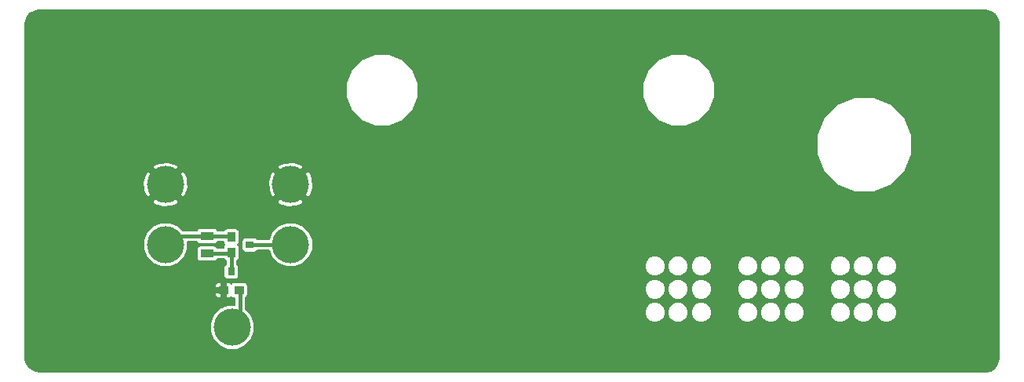
<source format=gbl>
G04 #@! TF.GenerationSoftware,KiCad,Pcbnew,5.0.2-bee76a0~70~ubuntu16.04.1*
G04 #@! TF.CreationDate,2019-09-01T12:37:42-07:00*
G04 #@! TF.ProjectId,endcap,656e6463-6170-42e6-9b69-6361645f7063,rev?*
G04 #@! TF.SameCoordinates,PX2faf080PY2faf080*
G04 #@! TF.FileFunction,Copper,L2,Bot*
G04 #@! TF.FilePolarity,Positive*
%FSLAX46Y46*%
G04 Gerber Fmt 4.6, Leading zero omitted, Abs format (unit mm)*
G04 Created by KiCad (PCBNEW 5.0.2-bee76a0~70~ubuntu16.04.1) date Sun 01 Sep 2019 12:37:42 PM PDT*
%MOMM*%
%LPD*%
G01*
G04 APERTURE LIST*
G04 #@! TA.AperFunction,ComponentPad*
%ADD10C,4.900000*%
G04 #@! TD*
G04 #@! TA.AperFunction,SMDPad,CuDef*
%ADD11R,1.397000X0.889000*%
G04 #@! TD*
G04 #@! TA.AperFunction,SMDPad,CuDef*
%ADD12R,1.050000X0.900000*%
G04 #@! TD*
G04 #@! TA.AperFunction,SMDPad,CuDef*
%ADD13R,0.800000X0.900000*%
G04 #@! TD*
G04 #@! TA.AperFunction,SMDPad,CuDef*
%ADD14R,0.900000X1.050000*%
G04 #@! TD*
G04 #@! TA.AperFunction,SMDPad,CuDef*
%ADD15R,0.900000X0.800000*%
G04 #@! TD*
G04 #@! TA.AperFunction,BGAPad,CuDef*
%ADD16C,4.000000*%
G04 #@! TD*
G04 #@! TA.AperFunction,Conductor*
%ADD17C,0.400000*%
G04 #@! TD*
G04 #@! TA.AperFunction,Conductor*
%ADD18C,0.200000*%
G04 #@! TD*
G04 APERTURE END LIST*
D10*
G04 #@! TO.P,MH1,1*
G04 #@! TO.N,Earth*
X4000000Y-4000000D03*
G04 #@! TD*
G04 #@! TO.P,MH2,1*
G04 #@! TO.N,Earth*
X102000000Y-4000000D03*
G04 #@! TD*
G04 #@! TO.P,MH3,1*
G04 #@! TO.N,Earth*
X102000000Y-36000000D03*
G04 #@! TD*
G04 #@! TO.P,MH4,1*
G04 #@! TO.N,Earth*
X4000000Y-36000000D03*
G04 #@! TD*
D11*
G04 #@! TO.P,R1,2*
G04 #@! TO.N,Net-(Q1-Pad3)*
X20100000Y-26752500D03*
G04 #@! TO.P,R1,1*
G04 #@! TO.N,Net-(Q2-Pad2)*
X20100000Y-24847500D03*
G04 #@! TD*
D12*
G04 #@! TO.P,Q1,2*
G04 #@! TO.N,Earth*
X21875000Y-30700000D03*
D13*
G04 #@! TO.P,Q1,3*
G04 #@! TO.N,Net-(Q1-Pad3)*
X22700000Y-28700000D03*
D12*
G04 #@! TO.P,Q1,1*
G04 #@! TO.N,Net-(Q1-Pad1)*
X23525000Y-30700000D03*
G04 #@! TD*
D14*
G04 #@! TO.P,Q2,2*
G04 #@! TO.N,Net-(Q2-Pad2)*
X22700000Y-24975000D03*
D15*
G04 #@! TO.P,Q2,3*
G04 #@! TO.N,Net-(Q2-Pad3)*
X24700000Y-25800000D03*
D14*
G04 #@! TO.P,Q2,1*
G04 #@! TO.N,Net-(Q1-Pad3)*
X22700000Y-26625000D03*
G04 #@! TD*
D16*
G04 #@! TO.P,TP1,1*
G04 #@! TO.N,Net-(Q2-Pad2)*
X15600000Y-25800000D03*
G04 #@! TD*
G04 #@! TO.P,TP2,1*
G04 #@! TO.N,Net-(Q1-Pad1)*
X22800000Y-34700000D03*
G04 #@! TD*
G04 #@! TO.P,TP3,1*
G04 #@! TO.N,Earth*
X15600000Y-19300000D03*
G04 #@! TD*
G04 #@! TO.P,TP4,1*
G04 #@! TO.N,Net-(Q2-Pad3)*
X29100000Y-25800000D03*
G04 #@! TD*
G04 #@! TO.P,TP5,1*
G04 #@! TO.N,Earth*
X29100000Y-19300000D03*
G04 #@! TD*
D17*
G04 #@! TO.N,Net-(Q1-Pad1)*
X23650000Y-33850000D02*
X22800000Y-34700000D01*
X23650000Y-30700000D02*
X23650000Y-33850000D01*
G04 #@! TO.N,Net-(Q2-Pad2)*
X16552500Y-24847500D02*
X15600000Y-25800000D01*
X20100000Y-24847500D02*
X16552500Y-24847500D01*
X22697500Y-24847500D02*
X22700000Y-24850000D01*
X20100000Y-24847500D02*
X22697500Y-24847500D01*
G04 #@! TO.N,Net-(Q2-Pad3)*
X24700000Y-25800000D02*
X29100000Y-25800000D01*
G04 #@! TO.N,Net-(Q1-Pad3)*
X22697500Y-26752500D02*
X22700000Y-26750000D01*
X20100000Y-26752500D02*
X22697500Y-26752500D01*
X22700000Y-28700000D02*
X22700000Y-26750000D01*
G04 #@! TD*
D18*
G04 #@! TO.N,Earth*
G36*
X104426658Y-540949D02*
X104819014Y-719342D01*
X105145532Y-1000688D01*
X105379961Y-1362368D01*
X105508162Y-1791043D01*
X105525000Y-2017626D01*
X105525001Y-37966151D01*
X105459052Y-38426656D01*
X105280658Y-38819015D01*
X104999312Y-39145532D01*
X104637631Y-39379962D01*
X104208957Y-39508162D01*
X103982374Y-39525000D01*
X2033842Y-39525000D01*
X1573344Y-39459052D01*
X1180985Y-39280658D01*
X854468Y-38999312D01*
X620038Y-38637631D01*
X491838Y-38208957D01*
X475000Y-37982374D01*
X475000Y-34222610D01*
X20400000Y-34222610D01*
X20400000Y-35177390D01*
X20765378Y-36059491D01*
X21440509Y-36734622D01*
X22322610Y-37100000D01*
X23277390Y-37100000D01*
X24159491Y-36734622D01*
X24834622Y-36059491D01*
X25200000Y-35177390D01*
X25200000Y-34222610D01*
X24834622Y-33340509D01*
X24375309Y-32881196D01*
X67300000Y-32881196D01*
X67300000Y-33318804D01*
X67467465Y-33723100D01*
X67776900Y-34032535D01*
X68181196Y-34200000D01*
X68618804Y-34200000D01*
X69023100Y-34032535D01*
X69332535Y-33723100D01*
X69500000Y-33318804D01*
X69500000Y-32881196D01*
X69800000Y-32881196D01*
X69800000Y-33318804D01*
X69967465Y-33723100D01*
X70276900Y-34032535D01*
X70681196Y-34200000D01*
X71118804Y-34200000D01*
X71523100Y-34032535D01*
X71832535Y-33723100D01*
X72000000Y-33318804D01*
X72000000Y-32881196D01*
X72300000Y-32881196D01*
X72300000Y-33318804D01*
X72467465Y-33723100D01*
X72776900Y-34032535D01*
X73181196Y-34200000D01*
X73618804Y-34200000D01*
X74023100Y-34032535D01*
X74332535Y-33723100D01*
X74500000Y-33318804D01*
X74500000Y-32881196D01*
X77300000Y-32881196D01*
X77300000Y-33318804D01*
X77467465Y-33723100D01*
X77776900Y-34032535D01*
X78181196Y-34200000D01*
X78618804Y-34200000D01*
X79023100Y-34032535D01*
X79332535Y-33723100D01*
X79500000Y-33318804D01*
X79500000Y-32881196D01*
X79800000Y-32881196D01*
X79800000Y-33318804D01*
X79967465Y-33723100D01*
X80276900Y-34032535D01*
X80681196Y-34200000D01*
X81118804Y-34200000D01*
X81523100Y-34032535D01*
X81832535Y-33723100D01*
X82000000Y-33318804D01*
X82000000Y-32881196D01*
X82300000Y-32881196D01*
X82300000Y-33318804D01*
X82467465Y-33723100D01*
X82776900Y-34032535D01*
X83181196Y-34200000D01*
X83618804Y-34200000D01*
X84023100Y-34032535D01*
X84332535Y-33723100D01*
X84500000Y-33318804D01*
X84500000Y-32881196D01*
X87300000Y-32881196D01*
X87300000Y-33318804D01*
X87467465Y-33723100D01*
X87776900Y-34032535D01*
X88181196Y-34200000D01*
X88618804Y-34200000D01*
X89023100Y-34032535D01*
X89332535Y-33723100D01*
X89500000Y-33318804D01*
X89500000Y-32881196D01*
X89800000Y-32881196D01*
X89800000Y-33318804D01*
X89967465Y-33723100D01*
X90276900Y-34032535D01*
X90681196Y-34200000D01*
X91118804Y-34200000D01*
X91523100Y-34032535D01*
X91832535Y-33723100D01*
X92000000Y-33318804D01*
X92000000Y-32881196D01*
X92300000Y-32881196D01*
X92300000Y-33318804D01*
X92467465Y-33723100D01*
X92776900Y-34032535D01*
X93181196Y-34200000D01*
X93618804Y-34200000D01*
X94023100Y-34032535D01*
X94332535Y-33723100D01*
X94500000Y-33318804D01*
X94500000Y-32881196D01*
X94332535Y-32476900D01*
X94023100Y-32167465D01*
X93618804Y-32000000D01*
X93181196Y-32000000D01*
X92776900Y-32167465D01*
X92467465Y-32476900D01*
X92300000Y-32881196D01*
X92000000Y-32881196D01*
X91832535Y-32476900D01*
X91523100Y-32167465D01*
X91118804Y-32000000D01*
X90681196Y-32000000D01*
X90276900Y-32167465D01*
X89967465Y-32476900D01*
X89800000Y-32881196D01*
X89500000Y-32881196D01*
X89332535Y-32476900D01*
X89023100Y-32167465D01*
X88618804Y-32000000D01*
X88181196Y-32000000D01*
X87776900Y-32167465D01*
X87467465Y-32476900D01*
X87300000Y-32881196D01*
X84500000Y-32881196D01*
X84332535Y-32476900D01*
X84023100Y-32167465D01*
X83618804Y-32000000D01*
X83181196Y-32000000D01*
X82776900Y-32167465D01*
X82467465Y-32476900D01*
X82300000Y-32881196D01*
X82000000Y-32881196D01*
X81832535Y-32476900D01*
X81523100Y-32167465D01*
X81118804Y-32000000D01*
X80681196Y-32000000D01*
X80276900Y-32167465D01*
X79967465Y-32476900D01*
X79800000Y-32881196D01*
X79500000Y-32881196D01*
X79332535Y-32476900D01*
X79023100Y-32167465D01*
X78618804Y-32000000D01*
X78181196Y-32000000D01*
X77776900Y-32167465D01*
X77467465Y-32476900D01*
X77300000Y-32881196D01*
X74500000Y-32881196D01*
X74332535Y-32476900D01*
X74023100Y-32167465D01*
X73618804Y-32000000D01*
X73181196Y-32000000D01*
X72776900Y-32167465D01*
X72467465Y-32476900D01*
X72300000Y-32881196D01*
X72000000Y-32881196D01*
X71832535Y-32476900D01*
X71523100Y-32167465D01*
X71118804Y-32000000D01*
X70681196Y-32000000D01*
X70276900Y-32167465D01*
X69967465Y-32476900D01*
X69800000Y-32881196D01*
X69500000Y-32881196D01*
X69332535Y-32476900D01*
X69023100Y-32167465D01*
X68618804Y-32000000D01*
X68181196Y-32000000D01*
X67776900Y-32167465D01*
X67467465Y-32476900D01*
X67300000Y-32881196D01*
X24375309Y-32881196D01*
X24250000Y-32755887D01*
X24250000Y-31497440D01*
X24338384Y-31438384D01*
X24426791Y-31306072D01*
X24457836Y-31150000D01*
X24457836Y-30381196D01*
X67300000Y-30381196D01*
X67300000Y-30818804D01*
X67467465Y-31223100D01*
X67776900Y-31532535D01*
X68181196Y-31700000D01*
X68618804Y-31700000D01*
X69023100Y-31532535D01*
X69332535Y-31223100D01*
X69500000Y-30818804D01*
X69500000Y-30381196D01*
X69800000Y-30381196D01*
X69800000Y-30818804D01*
X69967465Y-31223100D01*
X70276900Y-31532535D01*
X70681196Y-31700000D01*
X71118804Y-31700000D01*
X71523100Y-31532535D01*
X71832535Y-31223100D01*
X72000000Y-30818804D01*
X72000000Y-30381196D01*
X72300000Y-30381196D01*
X72300000Y-30818804D01*
X72467465Y-31223100D01*
X72776900Y-31532535D01*
X73181196Y-31700000D01*
X73618804Y-31700000D01*
X74023100Y-31532535D01*
X74332535Y-31223100D01*
X74500000Y-30818804D01*
X74500000Y-30381196D01*
X77300000Y-30381196D01*
X77300000Y-30818804D01*
X77467465Y-31223100D01*
X77776900Y-31532535D01*
X78181196Y-31700000D01*
X78618804Y-31700000D01*
X79023100Y-31532535D01*
X79332535Y-31223100D01*
X79500000Y-30818804D01*
X79500000Y-30381196D01*
X79800000Y-30381196D01*
X79800000Y-30818804D01*
X79967465Y-31223100D01*
X80276900Y-31532535D01*
X80681196Y-31700000D01*
X81118804Y-31700000D01*
X81523100Y-31532535D01*
X81832535Y-31223100D01*
X82000000Y-30818804D01*
X82000000Y-30381196D01*
X82300000Y-30381196D01*
X82300000Y-30818804D01*
X82467465Y-31223100D01*
X82776900Y-31532535D01*
X83181196Y-31700000D01*
X83618804Y-31700000D01*
X84023100Y-31532535D01*
X84332535Y-31223100D01*
X84500000Y-30818804D01*
X84500000Y-30381196D01*
X87300000Y-30381196D01*
X87300000Y-30818804D01*
X87467465Y-31223100D01*
X87776900Y-31532535D01*
X88181196Y-31700000D01*
X88618804Y-31700000D01*
X89023100Y-31532535D01*
X89332535Y-31223100D01*
X89500000Y-30818804D01*
X89500000Y-30381196D01*
X89800000Y-30381196D01*
X89800000Y-30818804D01*
X89967465Y-31223100D01*
X90276900Y-31532535D01*
X90681196Y-31700000D01*
X91118804Y-31700000D01*
X91523100Y-31532535D01*
X91832535Y-31223100D01*
X92000000Y-30818804D01*
X92000000Y-30381196D01*
X92300000Y-30381196D01*
X92300000Y-30818804D01*
X92467465Y-31223100D01*
X92776900Y-31532535D01*
X93181196Y-31700000D01*
X93618804Y-31700000D01*
X94023100Y-31532535D01*
X94332535Y-31223100D01*
X94500000Y-30818804D01*
X94500000Y-30381196D01*
X94332535Y-29976900D01*
X94023100Y-29667465D01*
X93618804Y-29500000D01*
X93181196Y-29500000D01*
X92776900Y-29667465D01*
X92467465Y-29976900D01*
X92300000Y-30381196D01*
X92000000Y-30381196D01*
X91832535Y-29976900D01*
X91523100Y-29667465D01*
X91118804Y-29500000D01*
X90681196Y-29500000D01*
X90276900Y-29667465D01*
X89967465Y-29976900D01*
X89800000Y-30381196D01*
X89500000Y-30381196D01*
X89332535Y-29976900D01*
X89023100Y-29667465D01*
X88618804Y-29500000D01*
X88181196Y-29500000D01*
X87776900Y-29667465D01*
X87467465Y-29976900D01*
X87300000Y-30381196D01*
X84500000Y-30381196D01*
X84332535Y-29976900D01*
X84023100Y-29667465D01*
X83618804Y-29500000D01*
X83181196Y-29500000D01*
X82776900Y-29667465D01*
X82467465Y-29976900D01*
X82300000Y-30381196D01*
X82000000Y-30381196D01*
X81832535Y-29976900D01*
X81523100Y-29667465D01*
X81118804Y-29500000D01*
X80681196Y-29500000D01*
X80276900Y-29667465D01*
X79967465Y-29976900D01*
X79800000Y-30381196D01*
X79500000Y-30381196D01*
X79332535Y-29976900D01*
X79023100Y-29667465D01*
X78618804Y-29500000D01*
X78181196Y-29500000D01*
X77776900Y-29667465D01*
X77467465Y-29976900D01*
X77300000Y-30381196D01*
X74500000Y-30381196D01*
X74332535Y-29976900D01*
X74023100Y-29667465D01*
X73618804Y-29500000D01*
X73181196Y-29500000D01*
X72776900Y-29667465D01*
X72467465Y-29976900D01*
X72300000Y-30381196D01*
X72000000Y-30381196D01*
X71832535Y-29976900D01*
X71523100Y-29667465D01*
X71118804Y-29500000D01*
X70681196Y-29500000D01*
X70276900Y-29667465D01*
X69967465Y-29976900D01*
X69800000Y-30381196D01*
X69500000Y-30381196D01*
X69332535Y-29976900D01*
X69023100Y-29667465D01*
X68618804Y-29500000D01*
X68181196Y-29500000D01*
X67776900Y-29667465D01*
X67467465Y-29976900D01*
X67300000Y-30381196D01*
X24457836Y-30381196D01*
X24457836Y-30250000D01*
X24426791Y-30093928D01*
X24338384Y-29961616D01*
X24206072Y-29873209D01*
X24050000Y-29842164D01*
X23000000Y-29842164D01*
X22843928Y-29873209D01*
X22711616Y-29961616D01*
X22697872Y-29982186D01*
X22626582Y-29910896D01*
X22479565Y-29850000D01*
X22237500Y-29850000D01*
X22137500Y-29950000D01*
X22137500Y-30475000D01*
X22195000Y-30475000D01*
X22195000Y-30925000D01*
X22137500Y-30925000D01*
X22137500Y-31450000D01*
X22237500Y-31550000D01*
X22479565Y-31550000D01*
X22626582Y-31489104D01*
X22697872Y-31417814D01*
X22711616Y-31438384D01*
X22843928Y-31526791D01*
X23000000Y-31557836D01*
X23050000Y-31557836D01*
X23050001Y-32300000D01*
X22322610Y-32300000D01*
X21440509Y-32665378D01*
X20765378Y-33340509D01*
X20400000Y-34222610D01*
X475000Y-34222610D01*
X475000Y-31025000D01*
X20950000Y-31025000D01*
X20950000Y-31229565D01*
X21010896Y-31376582D01*
X21123418Y-31489104D01*
X21270435Y-31550000D01*
X21512500Y-31550000D01*
X21612500Y-31450000D01*
X21612500Y-30925000D01*
X21050000Y-30925000D01*
X20950000Y-31025000D01*
X475000Y-31025000D01*
X475000Y-30170435D01*
X20950000Y-30170435D01*
X20950000Y-30375000D01*
X21050000Y-30475000D01*
X21612500Y-30475000D01*
X21612500Y-29950000D01*
X21512500Y-29850000D01*
X21270435Y-29850000D01*
X21123418Y-29910896D01*
X21010896Y-30023418D01*
X20950000Y-30170435D01*
X475000Y-30170435D01*
X475000Y-25322610D01*
X13200000Y-25322610D01*
X13200000Y-26277390D01*
X13565378Y-27159491D01*
X14240509Y-27834622D01*
X15122610Y-28200000D01*
X16077390Y-28200000D01*
X16959491Y-27834622D01*
X17634622Y-27159491D01*
X18000000Y-26277390D01*
X18000000Y-25447500D01*
X19024595Y-25447500D01*
X19024709Y-25448072D01*
X19113116Y-25580384D01*
X19245428Y-25668791D01*
X19401500Y-25699836D01*
X20798500Y-25699836D01*
X20954572Y-25668791D01*
X21086884Y-25580384D01*
X21175291Y-25448072D01*
X21175405Y-25447500D01*
X21842164Y-25447500D01*
X21842164Y-25500000D01*
X21873209Y-25656072D01*
X21961616Y-25788384D01*
X21979001Y-25800000D01*
X21961616Y-25811616D01*
X21873209Y-25943928D01*
X21842164Y-26100000D01*
X21842164Y-26152500D01*
X21175405Y-26152500D01*
X21175291Y-26151928D01*
X21086884Y-26019616D01*
X20954572Y-25931209D01*
X20798500Y-25900164D01*
X19401500Y-25900164D01*
X19245428Y-25931209D01*
X19113116Y-26019616D01*
X19024709Y-26151928D01*
X18993664Y-26308000D01*
X18993664Y-27197000D01*
X19024709Y-27353072D01*
X19113116Y-27485384D01*
X19245428Y-27573791D01*
X19401500Y-27604836D01*
X20798500Y-27604836D01*
X20954572Y-27573791D01*
X21086884Y-27485384D01*
X21175291Y-27353072D01*
X21175405Y-27352500D01*
X21904231Y-27352500D01*
X21961616Y-27438384D01*
X22093928Y-27526791D01*
X22100001Y-27527999D01*
X22100000Y-27902560D01*
X22011616Y-27961616D01*
X21923209Y-28093928D01*
X21892164Y-28250000D01*
X21892164Y-29150000D01*
X21923209Y-29306072D01*
X22011616Y-29438384D01*
X22143928Y-29526791D01*
X22300000Y-29557836D01*
X23100000Y-29557836D01*
X23256072Y-29526791D01*
X23388384Y-29438384D01*
X23476791Y-29306072D01*
X23507836Y-29150000D01*
X23507836Y-28250000D01*
X23476791Y-28093928D01*
X23388384Y-27961616D01*
X23300000Y-27902560D01*
X23300000Y-27527999D01*
X23306072Y-27526791D01*
X23438384Y-27438384D01*
X23526791Y-27306072D01*
X23557836Y-27150000D01*
X23557836Y-26100000D01*
X23526791Y-25943928D01*
X23438384Y-25811616D01*
X23420999Y-25800000D01*
X23438384Y-25788384D01*
X23526791Y-25656072D01*
X23557836Y-25500000D01*
X23557836Y-25400000D01*
X23842164Y-25400000D01*
X23842164Y-26200000D01*
X23873209Y-26356072D01*
X23961616Y-26488384D01*
X24093928Y-26576791D01*
X24250000Y-26607836D01*
X25150000Y-26607836D01*
X25306072Y-26576791D01*
X25438384Y-26488384D01*
X25497440Y-26400000D01*
X26750787Y-26400000D01*
X27065378Y-27159491D01*
X27740509Y-27834622D01*
X28622610Y-28200000D01*
X29577390Y-28200000D01*
X30347051Y-27881196D01*
X67300000Y-27881196D01*
X67300000Y-28318804D01*
X67467465Y-28723100D01*
X67776900Y-29032535D01*
X68181196Y-29200000D01*
X68618804Y-29200000D01*
X69023100Y-29032535D01*
X69332535Y-28723100D01*
X69500000Y-28318804D01*
X69500000Y-27881196D01*
X69800000Y-27881196D01*
X69800000Y-28318804D01*
X69967465Y-28723100D01*
X70276900Y-29032535D01*
X70681196Y-29200000D01*
X71118804Y-29200000D01*
X71523100Y-29032535D01*
X71832535Y-28723100D01*
X72000000Y-28318804D01*
X72000000Y-27881196D01*
X72300000Y-27881196D01*
X72300000Y-28318804D01*
X72467465Y-28723100D01*
X72776900Y-29032535D01*
X73181196Y-29200000D01*
X73618804Y-29200000D01*
X74023100Y-29032535D01*
X74332535Y-28723100D01*
X74500000Y-28318804D01*
X74500000Y-27881196D01*
X77300000Y-27881196D01*
X77300000Y-28318804D01*
X77467465Y-28723100D01*
X77776900Y-29032535D01*
X78181196Y-29200000D01*
X78618804Y-29200000D01*
X79023100Y-29032535D01*
X79332535Y-28723100D01*
X79500000Y-28318804D01*
X79500000Y-27881196D01*
X79800000Y-27881196D01*
X79800000Y-28318804D01*
X79967465Y-28723100D01*
X80276900Y-29032535D01*
X80681196Y-29200000D01*
X81118804Y-29200000D01*
X81523100Y-29032535D01*
X81832535Y-28723100D01*
X82000000Y-28318804D01*
X82000000Y-27881196D01*
X82300000Y-27881196D01*
X82300000Y-28318804D01*
X82467465Y-28723100D01*
X82776900Y-29032535D01*
X83181196Y-29200000D01*
X83618804Y-29200000D01*
X84023100Y-29032535D01*
X84332535Y-28723100D01*
X84500000Y-28318804D01*
X84500000Y-27881196D01*
X87300000Y-27881196D01*
X87300000Y-28318804D01*
X87467465Y-28723100D01*
X87776900Y-29032535D01*
X88181196Y-29200000D01*
X88618804Y-29200000D01*
X89023100Y-29032535D01*
X89332535Y-28723100D01*
X89500000Y-28318804D01*
X89500000Y-27881196D01*
X89800000Y-27881196D01*
X89800000Y-28318804D01*
X89967465Y-28723100D01*
X90276900Y-29032535D01*
X90681196Y-29200000D01*
X91118804Y-29200000D01*
X91523100Y-29032535D01*
X91832535Y-28723100D01*
X92000000Y-28318804D01*
X92000000Y-27881196D01*
X92300000Y-27881196D01*
X92300000Y-28318804D01*
X92467465Y-28723100D01*
X92776900Y-29032535D01*
X93181196Y-29200000D01*
X93618804Y-29200000D01*
X94023100Y-29032535D01*
X94332535Y-28723100D01*
X94500000Y-28318804D01*
X94500000Y-27881196D01*
X94332535Y-27476900D01*
X94023100Y-27167465D01*
X93618804Y-27000000D01*
X93181196Y-27000000D01*
X92776900Y-27167465D01*
X92467465Y-27476900D01*
X92300000Y-27881196D01*
X92000000Y-27881196D01*
X91832535Y-27476900D01*
X91523100Y-27167465D01*
X91118804Y-27000000D01*
X90681196Y-27000000D01*
X90276900Y-27167465D01*
X89967465Y-27476900D01*
X89800000Y-27881196D01*
X89500000Y-27881196D01*
X89332535Y-27476900D01*
X89023100Y-27167465D01*
X88618804Y-27000000D01*
X88181196Y-27000000D01*
X87776900Y-27167465D01*
X87467465Y-27476900D01*
X87300000Y-27881196D01*
X84500000Y-27881196D01*
X84332535Y-27476900D01*
X84023100Y-27167465D01*
X83618804Y-27000000D01*
X83181196Y-27000000D01*
X82776900Y-27167465D01*
X82467465Y-27476900D01*
X82300000Y-27881196D01*
X82000000Y-27881196D01*
X81832535Y-27476900D01*
X81523100Y-27167465D01*
X81118804Y-27000000D01*
X80681196Y-27000000D01*
X80276900Y-27167465D01*
X79967465Y-27476900D01*
X79800000Y-27881196D01*
X79500000Y-27881196D01*
X79332535Y-27476900D01*
X79023100Y-27167465D01*
X78618804Y-27000000D01*
X78181196Y-27000000D01*
X77776900Y-27167465D01*
X77467465Y-27476900D01*
X77300000Y-27881196D01*
X74500000Y-27881196D01*
X74332535Y-27476900D01*
X74023100Y-27167465D01*
X73618804Y-27000000D01*
X73181196Y-27000000D01*
X72776900Y-27167465D01*
X72467465Y-27476900D01*
X72300000Y-27881196D01*
X72000000Y-27881196D01*
X71832535Y-27476900D01*
X71523100Y-27167465D01*
X71118804Y-27000000D01*
X70681196Y-27000000D01*
X70276900Y-27167465D01*
X69967465Y-27476900D01*
X69800000Y-27881196D01*
X69500000Y-27881196D01*
X69332535Y-27476900D01*
X69023100Y-27167465D01*
X68618804Y-27000000D01*
X68181196Y-27000000D01*
X67776900Y-27167465D01*
X67467465Y-27476900D01*
X67300000Y-27881196D01*
X30347051Y-27881196D01*
X30459491Y-27834622D01*
X31134622Y-27159491D01*
X31500000Y-26277390D01*
X31500000Y-25322610D01*
X31134622Y-24440509D01*
X30459491Y-23765378D01*
X29577390Y-23400000D01*
X28622610Y-23400000D01*
X27740509Y-23765378D01*
X27065378Y-24440509D01*
X26750787Y-25200000D01*
X25497440Y-25200000D01*
X25438384Y-25111616D01*
X25306072Y-25023209D01*
X25150000Y-24992164D01*
X24250000Y-24992164D01*
X24093928Y-25023209D01*
X23961616Y-25111616D01*
X23873209Y-25243928D01*
X23842164Y-25400000D01*
X23557836Y-25400000D01*
X23557836Y-24450000D01*
X23526791Y-24293928D01*
X23438384Y-24161616D01*
X23306072Y-24073209D01*
X23150000Y-24042164D01*
X22250000Y-24042164D01*
X22093928Y-24073209D01*
X21961616Y-24161616D01*
X21904231Y-24247500D01*
X21175405Y-24247500D01*
X21175291Y-24246928D01*
X21086884Y-24114616D01*
X20954572Y-24026209D01*
X20798500Y-23995164D01*
X19401500Y-23995164D01*
X19245428Y-24026209D01*
X19113116Y-24114616D01*
X19024709Y-24246928D01*
X19024595Y-24247500D01*
X17441613Y-24247500D01*
X16959491Y-23765378D01*
X16077390Y-23400000D01*
X15122610Y-23400000D01*
X14240509Y-23765378D01*
X13565378Y-24440509D01*
X13200000Y-25322610D01*
X475000Y-25322610D01*
X475000Y-21158112D01*
X14166152Y-21158112D01*
X14415233Y-21441082D01*
X15324775Y-21731492D01*
X16276217Y-21651730D01*
X16784767Y-21441082D01*
X17033848Y-21158112D01*
X27666152Y-21158112D01*
X27915233Y-21441082D01*
X28824775Y-21731492D01*
X29776217Y-21651730D01*
X30284767Y-21441082D01*
X30533848Y-21158112D01*
X29100000Y-19724264D01*
X27666152Y-21158112D01*
X17033848Y-21158112D01*
X15600000Y-19724264D01*
X14166152Y-21158112D01*
X475000Y-21158112D01*
X475000Y-19024775D01*
X13168508Y-19024775D01*
X13248270Y-19976217D01*
X13458918Y-20484767D01*
X13741888Y-20733848D01*
X15175736Y-19300000D01*
X16024264Y-19300000D01*
X17458112Y-20733848D01*
X17741082Y-20484767D01*
X18031492Y-19575225D01*
X17985347Y-19024775D01*
X26668508Y-19024775D01*
X26748270Y-19976217D01*
X26958918Y-20484767D01*
X27241888Y-20733848D01*
X28675736Y-19300000D01*
X29524264Y-19300000D01*
X30958112Y-20733848D01*
X31241082Y-20484767D01*
X31531492Y-19575225D01*
X31451730Y-18623783D01*
X31241082Y-18115233D01*
X30958112Y-17866152D01*
X29524264Y-19300000D01*
X28675736Y-19300000D01*
X27241888Y-17866152D01*
X26958918Y-18115233D01*
X26668508Y-19024775D01*
X17985347Y-19024775D01*
X17951730Y-18623783D01*
X17741082Y-18115233D01*
X17458112Y-17866152D01*
X16024264Y-19300000D01*
X15175736Y-19300000D01*
X13741888Y-17866152D01*
X13458918Y-18115233D01*
X13168508Y-19024775D01*
X475000Y-19024775D01*
X475000Y-17441888D01*
X14166152Y-17441888D01*
X15600000Y-18875736D01*
X17033848Y-17441888D01*
X27666152Y-17441888D01*
X29100000Y-18875736D01*
X30533848Y-17441888D01*
X30284767Y-17158918D01*
X29375225Y-16868508D01*
X28423783Y-16948270D01*
X27915233Y-17158918D01*
X27666152Y-17441888D01*
X17033848Y-17441888D01*
X16784767Y-17158918D01*
X15875225Y-16868508D01*
X14923783Y-16948270D01*
X14415233Y-17158918D01*
X14166152Y-17441888D01*
X475000Y-17441888D01*
X475000Y-13975601D01*
X85850000Y-13975601D01*
X85850000Y-16024399D01*
X86634041Y-17917240D01*
X88082760Y-19365959D01*
X89975601Y-20150000D01*
X92024399Y-20150000D01*
X93917240Y-19365959D01*
X95365959Y-17917240D01*
X96150000Y-16024399D01*
X96150000Y-13975601D01*
X95365959Y-12082760D01*
X93917240Y-10634041D01*
X92024399Y-9850000D01*
X89975601Y-9850000D01*
X88082760Y-10634041D01*
X86634041Y-12082760D01*
X85850000Y-13975601D01*
X475000Y-13975601D01*
X475000Y-8359242D01*
X35100000Y-8359242D01*
X35100000Y-9910758D01*
X35693739Y-11344173D01*
X36790827Y-12441261D01*
X38224242Y-13035000D01*
X39775758Y-13035000D01*
X41209173Y-12441261D01*
X42306261Y-11344173D01*
X42900000Y-9910758D01*
X42900000Y-8359242D01*
X67100000Y-8359242D01*
X67100000Y-9910758D01*
X67693739Y-11344173D01*
X68790827Y-12441261D01*
X70224242Y-13035000D01*
X71775758Y-13035000D01*
X73209173Y-12441261D01*
X74306261Y-11344173D01*
X74900000Y-9910758D01*
X74900000Y-8359242D01*
X74306261Y-6925827D01*
X73209173Y-5828739D01*
X71775758Y-5235000D01*
X70224242Y-5235000D01*
X68790827Y-5828739D01*
X67693739Y-6925827D01*
X67100000Y-8359242D01*
X42900000Y-8359242D01*
X42306261Y-6925827D01*
X41209173Y-5828739D01*
X39775758Y-5235000D01*
X38224242Y-5235000D01*
X36790827Y-5828739D01*
X35693739Y-6925827D01*
X35100000Y-8359242D01*
X475000Y-8359242D01*
X475000Y-2033842D01*
X540949Y-1573342D01*
X719342Y-1180986D01*
X1000688Y-854468D01*
X1362368Y-620039D01*
X1791043Y-491838D01*
X2017626Y-475000D01*
X103966158Y-475000D01*
X104426658Y-540949D01*
X104426658Y-540949D01*
G37*
X104426658Y-540949D02*
X104819014Y-719342D01*
X105145532Y-1000688D01*
X105379961Y-1362368D01*
X105508162Y-1791043D01*
X105525000Y-2017626D01*
X105525001Y-37966151D01*
X105459052Y-38426656D01*
X105280658Y-38819015D01*
X104999312Y-39145532D01*
X104637631Y-39379962D01*
X104208957Y-39508162D01*
X103982374Y-39525000D01*
X2033842Y-39525000D01*
X1573344Y-39459052D01*
X1180985Y-39280658D01*
X854468Y-38999312D01*
X620038Y-38637631D01*
X491838Y-38208957D01*
X475000Y-37982374D01*
X475000Y-34222610D01*
X20400000Y-34222610D01*
X20400000Y-35177390D01*
X20765378Y-36059491D01*
X21440509Y-36734622D01*
X22322610Y-37100000D01*
X23277390Y-37100000D01*
X24159491Y-36734622D01*
X24834622Y-36059491D01*
X25200000Y-35177390D01*
X25200000Y-34222610D01*
X24834622Y-33340509D01*
X24375309Y-32881196D01*
X67300000Y-32881196D01*
X67300000Y-33318804D01*
X67467465Y-33723100D01*
X67776900Y-34032535D01*
X68181196Y-34200000D01*
X68618804Y-34200000D01*
X69023100Y-34032535D01*
X69332535Y-33723100D01*
X69500000Y-33318804D01*
X69500000Y-32881196D01*
X69800000Y-32881196D01*
X69800000Y-33318804D01*
X69967465Y-33723100D01*
X70276900Y-34032535D01*
X70681196Y-34200000D01*
X71118804Y-34200000D01*
X71523100Y-34032535D01*
X71832535Y-33723100D01*
X72000000Y-33318804D01*
X72000000Y-32881196D01*
X72300000Y-32881196D01*
X72300000Y-33318804D01*
X72467465Y-33723100D01*
X72776900Y-34032535D01*
X73181196Y-34200000D01*
X73618804Y-34200000D01*
X74023100Y-34032535D01*
X74332535Y-33723100D01*
X74500000Y-33318804D01*
X74500000Y-32881196D01*
X77300000Y-32881196D01*
X77300000Y-33318804D01*
X77467465Y-33723100D01*
X77776900Y-34032535D01*
X78181196Y-34200000D01*
X78618804Y-34200000D01*
X79023100Y-34032535D01*
X79332535Y-33723100D01*
X79500000Y-33318804D01*
X79500000Y-32881196D01*
X79800000Y-32881196D01*
X79800000Y-33318804D01*
X79967465Y-33723100D01*
X80276900Y-34032535D01*
X80681196Y-34200000D01*
X81118804Y-34200000D01*
X81523100Y-34032535D01*
X81832535Y-33723100D01*
X82000000Y-33318804D01*
X82000000Y-32881196D01*
X82300000Y-32881196D01*
X82300000Y-33318804D01*
X82467465Y-33723100D01*
X82776900Y-34032535D01*
X83181196Y-34200000D01*
X83618804Y-34200000D01*
X84023100Y-34032535D01*
X84332535Y-33723100D01*
X84500000Y-33318804D01*
X84500000Y-32881196D01*
X87300000Y-32881196D01*
X87300000Y-33318804D01*
X87467465Y-33723100D01*
X87776900Y-34032535D01*
X88181196Y-34200000D01*
X88618804Y-34200000D01*
X89023100Y-34032535D01*
X89332535Y-33723100D01*
X89500000Y-33318804D01*
X89500000Y-32881196D01*
X89800000Y-32881196D01*
X89800000Y-33318804D01*
X89967465Y-33723100D01*
X90276900Y-34032535D01*
X90681196Y-34200000D01*
X91118804Y-34200000D01*
X91523100Y-34032535D01*
X91832535Y-33723100D01*
X92000000Y-33318804D01*
X92000000Y-32881196D01*
X92300000Y-32881196D01*
X92300000Y-33318804D01*
X92467465Y-33723100D01*
X92776900Y-34032535D01*
X93181196Y-34200000D01*
X93618804Y-34200000D01*
X94023100Y-34032535D01*
X94332535Y-33723100D01*
X94500000Y-33318804D01*
X94500000Y-32881196D01*
X94332535Y-32476900D01*
X94023100Y-32167465D01*
X93618804Y-32000000D01*
X93181196Y-32000000D01*
X92776900Y-32167465D01*
X92467465Y-32476900D01*
X92300000Y-32881196D01*
X92000000Y-32881196D01*
X91832535Y-32476900D01*
X91523100Y-32167465D01*
X91118804Y-32000000D01*
X90681196Y-32000000D01*
X90276900Y-32167465D01*
X89967465Y-32476900D01*
X89800000Y-32881196D01*
X89500000Y-32881196D01*
X89332535Y-32476900D01*
X89023100Y-32167465D01*
X88618804Y-32000000D01*
X88181196Y-32000000D01*
X87776900Y-32167465D01*
X87467465Y-32476900D01*
X87300000Y-32881196D01*
X84500000Y-32881196D01*
X84332535Y-32476900D01*
X84023100Y-32167465D01*
X83618804Y-32000000D01*
X83181196Y-32000000D01*
X82776900Y-32167465D01*
X82467465Y-32476900D01*
X82300000Y-32881196D01*
X82000000Y-32881196D01*
X81832535Y-32476900D01*
X81523100Y-32167465D01*
X81118804Y-32000000D01*
X80681196Y-32000000D01*
X80276900Y-32167465D01*
X79967465Y-32476900D01*
X79800000Y-32881196D01*
X79500000Y-32881196D01*
X79332535Y-32476900D01*
X79023100Y-32167465D01*
X78618804Y-32000000D01*
X78181196Y-32000000D01*
X77776900Y-32167465D01*
X77467465Y-32476900D01*
X77300000Y-32881196D01*
X74500000Y-32881196D01*
X74332535Y-32476900D01*
X74023100Y-32167465D01*
X73618804Y-32000000D01*
X73181196Y-32000000D01*
X72776900Y-32167465D01*
X72467465Y-32476900D01*
X72300000Y-32881196D01*
X72000000Y-32881196D01*
X71832535Y-32476900D01*
X71523100Y-32167465D01*
X71118804Y-32000000D01*
X70681196Y-32000000D01*
X70276900Y-32167465D01*
X69967465Y-32476900D01*
X69800000Y-32881196D01*
X69500000Y-32881196D01*
X69332535Y-32476900D01*
X69023100Y-32167465D01*
X68618804Y-32000000D01*
X68181196Y-32000000D01*
X67776900Y-32167465D01*
X67467465Y-32476900D01*
X67300000Y-32881196D01*
X24375309Y-32881196D01*
X24250000Y-32755887D01*
X24250000Y-31497440D01*
X24338384Y-31438384D01*
X24426791Y-31306072D01*
X24457836Y-31150000D01*
X24457836Y-30381196D01*
X67300000Y-30381196D01*
X67300000Y-30818804D01*
X67467465Y-31223100D01*
X67776900Y-31532535D01*
X68181196Y-31700000D01*
X68618804Y-31700000D01*
X69023100Y-31532535D01*
X69332535Y-31223100D01*
X69500000Y-30818804D01*
X69500000Y-30381196D01*
X69800000Y-30381196D01*
X69800000Y-30818804D01*
X69967465Y-31223100D01*
X70276900Y-31532535D01*
X70681196Y-31700000D01*
X71118804Y-31700000D01*
X71523100Y-31532535D01*
X71832535Y-31223100D01*
X72000000Y-30818804D01*
X72000000Y-30381196D01*
X72300000Y-30381196D01*
X72300000Y-30818804D01*
X72467465Y-31223100D01*
X72776900Y-31532535D01*
X73181196Y-31700000D01*
X73618804Y-31700000D01*
X74023100Y-31532535D01*
X74332535Y-31223100D01*
X74500000Y-30818804D01*
X74500000Y-30381196D01*
X77300000Y-30381196D01*
X77300000Y-30818804D01*
X77467465Y-31223100D01*
X77776900Y-31532535D01*
X78181196Y-31700000D01*
X78618804Y-31700000D01*
X79023100Y-31532535D01*
X79332535Y-31223100D01*
X79500000Y-30818804D01*
X79500000Y-30381196D01*
X79800000Y-30381196D01*
X79800000Y-30818804D01*
X79967465Y-31223100D01*
X80276900Y-31532535D01*
X80681196Y-31700000D01*
X81118804Y-31700000D01*
X81523100Y-31532535D01*
X81832535Y-31223100D01*
X82000000Y-30818804D01*
X82000000Y-30381196D01*
X82300000Y-30381196D01*
X82300000Y-30818804D01*
X82467465Y-31223100D01*
X82776900Y-31532535D01*
X83181196Y-31700000D01*
X83618804Y-31700000D01*
X84023100Y-31532535D01*
X84332535Y-31223100D01*
X84500000Y-30818804D01*
X84500000Y-30381196D01*
X87300000Y-30381196D01*
X87300000Y-30818804D01*
X87467465Y-31223100D01*
X87776900Y-31532535D01*
X88181196Y-31700000D01*
X88618804Y-31700000D01*
X89023100Y-31532535D01*
X89332535Y-31223100D01*
X89500000Y-30818804D01*
X89500000Y-30381196D01*
X89800000Y-30381196D01*
X89800000Y-30818804D01*
X89967465Y-31223100D01*
X90276900Y-31532535D01*
X90681196Y-31700000D01*
X91118804Y-31700000D01*
X91523100Y-31532535D01*
X91832535Y-31223100D01*
X92000000Y-30818804D01*
X92000000Y-30381196D01*
X92300000Y-30381196D01*
X92300000Y-30818804D01*
X92467465Y-31223100D01*
X92776900Y-31532535D01*
X93181196Y-31700000D01*
X93618804Y-31700000D01*
X94023100Y-31532535D01*
X94332535Y-31223100D01*
X94500000Y-30818804D01*
X94500000Y-30381196D01*
X94332535Y-29976900D01*
X94023100Y-29667465D01*
X93618804Y-29500000D01*
X93181196Y-29500000D01*
X92776900Y-29667465D01*
X92467465Y-29976900D01*
X92300000Y-30381196D01*
X92000000Y-30381196D01*
X91832535Y-29976900D01*
X91523100Y-29667465D01*
X91118804Y-29500000D01*
X90681196Y-29500000D01*
X90276900Y-29667465D01*
X89967465Y-29976900D01*
X89800000Y-30381196D01*
X89500000Y-30381196D01*
X89332535Y-29976900D01*
X89023100Y-29667465D01*
X88618804Y-29500000D01*
X88181196Y-29500000D01*
X87776900Y-29667465D01*
X87467465Y-29976900D01*
X87300000Y-30381196D01*
X84500000Y-30381196D01*
X84332535Y-29976900D01*
X84023100Y-29667465D01*
X83618804Y-29500000D01*
X83181196Y-29500000D01*
X82776900Y-29667465D01*
X82467465Y-29976900D01*
X82300000Y-30381196D01*
X82000000Y-30381196D01*
X81832535Y-29976900D01*
X81523100Y-29667465D01*
X81118804Y-29500000D01*
X80681196Y-29500000D01*
X80276900Y-29667465D01*
X79967465Y-29976900D01*
X79800000Y-30381196D01*
X79500000Y-30381196D01*
X79332535Y-29976900D01*
X79023100Y-29667465D01*
X78618804Y-29500000D01*
X78181196Y-29500000D01*
X77776900Y-29667465D01*
X77467465Y-29976900D01*
X77300000Y-30381196D01*
X74500000Y-30381196D01*
X74332535Y-29976900D01*
X74023100Y-29667465D01*
X73618804Y-29500000D01*
X73181196Y-29500000D01*
X72776900Y-29667465D01*
X72467465Y-29976900D01*
X72300000Y-30381196D01*
X72000000Y-30381196D01*
X71832535Y-29976900D01*
X71523100Y-29667465D01*
X71118804Y-29500000D01*
X70681196Y-29500000D01*
X70276900Y-29667465D01*
X69967465Y-29976900D01*
X69800000Y-30381196D01*
X69500000Y-30381196D01*
X69332535Y-29976900D01*
X69023100Y-29667465D01*
X68618804Y-29500000D01*
X68181196Y-29500000D01*
X67776900Y-29667465D01*
X67467465Y-29976900D01*
X67300000Y-30381196D01*
X24457836Y-30381196D01*
X24457836Y-30250000D01*
X24426791Y-30093928D01*
X24338384Y-29961616D01*
X24206072Y-29873209D01*
X24050000Y-29842164D01*
X23000000Y-29842164D01*
X22843928Y-29873209D01*
X22711616Y-29961616D01*
X22697872Y-29982186D01*
X22626582Y-29910896D01*
X22479565Y-29850000D01*
X22237500Y-29850000D01*
X22137500Y-29950000D01*
X22137500Y-30475000D01*
X22195000Y-30475000D01*
X22195000Y-30925000D01*
X22137500Y-30925000D01*
X22137500Y-31450000D01*
X22237500Y-31550000D01*
X22479565Y-31550000D01*
X22626582Y-31489104D01*
X22697872Y-31417814D01*
X22711616Y-31438384D01*
X22843928Y-31526791D01*
X23000000Y-31557836D01*
X23050000Y-31557836D01*
X23050001Y-32300000D01*
X22322610Y-32300000D01*
X21440509Y-32665378D01*
X20765378Y-33340509D01*
X20400000Y-34222610D01*
X475000Y-34222610D01*
X475000Y-31025000D01*
X20950000Y-31025000D01*
X20950000Y-31229565D01*
X21010896Y-31376582D01*
X21123418Y-31489104D01*
X21270435Y-31550000D01*
X21512500Y-31550000D01*
X21612500Y-31450000D01*
X21612500Y-30925000D01*
X21050000Y-30925000D01*
X20950000Y-31025000D01*
X475000Y-31025000D01*
X475000Y-30170435D01*
X20950000Y-30170435D01*
X20950000Y-30375000D01*
X21050000Y-30475000D01*
X21612500Y-30475000D01*
X21612500Y-29950000D01*
X21512500Y-29850000D01*
X21270435Y-29850000D01*
X21123418Y-29910896D01*
X21010896Y-30023418D01*
X20950000Y-30170435D01*
X475000Y-30170435D01*
X475000Y-25322610D01*
X13200000Y-25322610D01*
X13200000Y-26277390D01*
X13565378Y-27159491D01*
X14240509Y-27834622D01*
X15122610Y-28200000D01*
X16077390Y-28200000D01*
X16959491Y-27834622D01*
X17634622Y-27159491D01*
X18000000Y-26277390D01*
X18000000Y-25447500D01*
X19024595Y-25447500D01*
X19024709Y-25448072D01*
X19113116Y-25580384D01*
X19245428Y-25668791D01*
X19401500Y-25699836D01*
X20798500Y-25699836D01*
X20954572Y-25668791D01*
X21086884Y-25580384D01*
X21175291Y-25448072D01*
X21175405Y-25447500D01*
X21842164Y-25447500D01*
X21842164Y-25500000D01*
X21873209Y-25656072D01*
X21961616Y-25788384D01*
X21979001Y-25800000D01*
X21961616Y-25811616D01*
X21873209Y-25943928D01*
X21842164Y-26100000D01*
X21842164Y-26152500D01*
X21175405Y-26152500D01*
X21175291Y-26151928D01*
X21086884Y-26019616D01*
X20954572Y-25931209D01*
X20798500Y-25900164D01*
X19401500Y-25900164D01*
X19245428Y-25931209D01*
X19113116Y-26019616D01*
X19024709Y-26151928D01*
X18993664Y-26308000D01*
X18993664Y-27197000D01*
X19024709Y-27353072D01*
X19113116Y-27485384D01*
X19245428Y-27573791D01*
X19401500Y-27604836D01*
X20798500Y-27604836D01*
X20954572Y-27573791D01*
X21086884Y-27485384D01*
X21175291Y-27353072D01*
X21175405Y-27352500D01*
X21904231Y-27352500D01*
X21961616Y-27438384D01*
X22093928Y-27526791D01*
X22100001Y-27527999D01*
X22100000Y-27902560D01*
X22011616Y-27961616D01*
X21923209Y-28093928D01*
X21892164Y-28250000D01*
X21892164Y-29150000D01*
X21923209Y-29306072D01*
X22011616Y-29438384D01*
X22143928Y-29526791D01*
X22300000Y-29557836D01*
X23100000Y-29557836D01*
X23256072Y-29526791D01*
X23388384Y-29438384D01*
X23476791Y-29306072D01*
X23507836Y-29150000D01*
X23507836Y-28250000D01*
X23476791Y-28093928D01*
X23388384Y-27961616D01*
X23300000Y-27902560D01*
X23300000Y-27527999D01*
X23306072Y-27526791D01*
X23438384Y-27438384D01*
X23526791Y-27306072D01*
X23557836Y-27150000D01*
X23557836Y-26100000D01*
X23526791Y-25943928D01*
X23438384Y-25811616D01*
X23420999Y-25800000D01*
X23438384Y-25788384D01*
X23526791Y-25656072D01*
X23557836Y-25500000D01*
X23557836Y-25400000D01*
X23842164Y-25400000D01*
X23842164Y-26200000D01*
X23873209Y-26356072D01*
X23961616Y-26488384D01*
X24093928Y-26576791D01*
X24250000Y-26607836D01*
X25150000Y-26607836D01*
X25306072Y-26576791D01*
X25438384Y-26488384D01*
X25497440Y-26400000D01*
X26750787Y-26400000D01*
X27065378Y-27159491D01*
X27740509Y-27834622D01*
X28622610Y-28200000D01*
X29577390Y-28200000D01*
X30347051Y-27881196D01*
X67300000Y-27881196D01*
X67300000Y-28318804D01*
X67467465Y-28723100D01*
X67776900Y-29032535D01*
X68181196Y-29200000D01*
X68618804Y-29200000D01*
X69023100Y-29032535D01*
X69332535Y-28723100D01*
X69500000Y-28318804D01*
X69500000Y-27881196D01*
X69800000Y-27881196D01*
X69800000Y-28318804D01*
X69967465Y-28723100D01*
X70276900Y-29032535D01*
X70681196Y-29200000D01*
X71118804Y-29200000D01*
X71523100Y-29032535D01*
X71832535Y-28723100D01*
X72000000Y-28318804D01*
X72000000Y-27881196D01*
X72300000Y-27881196D01*
X72300000Y-28318804D01*
X72467465Y-28723100D01*
X72776900Y-29032535D01*
X73181196Y-29200000D01*
X73618804Y-29200000D01*
X74023100Y-29032535D01*
X74332535Y-28723100D01*
X74500000Y-28318804D01*
X74500000Y-27881196D01*
X77300000Y-27881196D01*
X77300000Y-28318804D01*
X77467465Y-28723100D01*
X77776900Y-29032535D01*
X78181196Y-29200000D01*
X78618804Y-29200000D01*
X79023100Y-29032535D01*
X79332535Y-28723100D01*
X79500000Y-28318804D01*
X79500000Y-27881196D01*
X79800000Y-27881196D01*
X79800000Y-28318804D01*
X79967465Y-28723100D01*
X80276900Y-29032535D01*
X80681196Y-29200000D01*
X81118804Y-29200000D01*
X81523100Y-29032535D01*
X81832535Y-28723100D01*
X82000000Y-28318804D01*
X82000000Y-27881196D01*
X82300000Y-27881196D01*
X82300000Y-28318804D01*
X82467465Y-28723100D01*
X82776900Y-29032535D01*
X83181196Y-29200000D01*
X83618804Y-29200000D01*
X84023100Y-29032535D01*
X84332535Y-28723100D01*
X84500000Y-28318804D01*
X84500000Y-27881196D01*
X87300000Y-27881196D01*
X87300000Y-28318804D01*
X87467465Y-28723100D01*
X87776900Y-29032535D01*
X88181196Y-29200000D01*
X88618804Y-29200000D01*
X89023100Y-29032535D01*
X89332535Y-28723100D01*
X89500000Y-28318804D01*
X89500000Y-27881196D01*
X89800000Y-27881196D01*
X89800000Y-28318804D01*
X89967465Y-28723100D01*
X90276900Y-29032535D01*
X90681196Y-29200000D01*
X91118804Y-29200000D01*
X91523100Y-29032535D01*
X91832535Y-28723100D01*
X92000000Y-28318804D01*
X92000000Y-27881196D01*
X92300000Y-27881196D01*
X92300000Y-28318804D01*
X92467465Y-28723100D01*
X92776900Y-29032535D01*
X93181196Y-29200000D01*
X93618804Y-29200000D01*
X94023100Y-29032535D01*
X94332535Y-28723100D01*
X94500000Y-28318804D01*
X94500000Y-27881196D01*
X94332535Y-27476900D01*
X94023100Y-27167465D01*
X93618804Y-27000000D01*
X93181196Y-27000000D01*
X92776900Y-27167465D01*
X92467465Y-27476900D01*
X92300000Y-27881196D01*
X92000000Y-27881196D01*
X91832535Y-27476900D01*
X91523100Y-27167465D01*
X91118804Y-27000000D01*
X90681196Y-27000000D01*
X90276900Y-27167465D01*
X89967465Y-27476900D01*
X89800000Y-27881196D01*
X89500000Y-27881196D01*
X89332535Y-27476900D01*
X89023100Y-27167465D01*
X88618804Y-27000000D01*
X88181196Y-27000000D01*
X87776900Y-27167465D01*
X87467465Y-27476900D01*
X87300000Y-27881196D01*
X84500000Y-27881196D01*
X84332535Y-27476900D01*
X84023100Y-27167465D01*
X83618804Y-27000000D01*
X83181196Y-27000000D01*
X82776900Y-27167465D01*
X82467465Y-27476900D01*
X82300000Y-27881196D01*
X82000000Y-27881196D01*
X81832535Y-27476900D01*
X81523100Y-27167465D01*
X81118804Y-27000000D01*
X80681196Y-27000000D01*
X80276900Y-27167465D01*
X79967465Y-27476900D01*
X79800000Y-27881196D01*
X79500000Y-27881196D01*
X79332535Y-27476900D01*
X79023100Y-27167465D01*
X78618804Y-27000000D01*
X78181196Y-27000000D01*
X77776900Y-27167465D01*
X77467465Y-27476900D01*
X77300000Y-27881196D01*
X74500000Y-27881196D01*
X74332535Y-27476900D01*
X74023100Y-27167465D01*
X73618804Y-27000000D01*
X73181196Y-27000000D01*
X72776900Y-27167465D01*
X72467465Y-27476900D01*
X72300000Y-27881196D01*
X72000000Y-27881196D01*
X71832535Y-27476900D01*
X71523100Y-27167465D01*
X71118804Y-27000000D01*
X70681196Y-27000000D01*
X70276900Y-27167465D01*
X69967465Y-27476900D01*
X69800000Y-27881196D01*
X69500000Y-27881196D01*
X69332535Y-27476900D01*
X69023100Y-27167465D01*
X68618804Y-27000000D01*
X68181196Y-27000000D01*
X67776900Y-27167465D01*
X67467465Y-27476900D01*
X67300000Y-27881196D01*
X30347051Y-27881196D01*
X30459491Y-27834622D01*
X31134622Y-27159491D01*
X31500000Y-26277390D01*
X31500000Y-25322610D01*
X31134622Y-24440509D01*
X30459491Y-23765378D01*
X29577390Y-23400000D01*
X28622610Y-23400000D01*
X27740509Y-23765378D01*
X27065378Y-24440509D01*
X26750787Y-25200000D01*
X25497440Y-25200000D01*
X25438384Y-25111616D01*
X25306072Y-25023209D01*
X25150000Y-24992164D01*
X24250000Y-24992164D01*
X24093928Y-25023209D01*
X23961616Y-25111616D01*
X23873209Y-25243928D01*
X23842164Y-25400000D01*
X23557836Y-25400000D01*
X23557836Y-24450000D01*
X23526791Y-24293928D01*
X23438384Y-24161616D01*
X23306072Y-24073209D01*
X23150000Y-24042164D01*
X22250000Y-24042164D01*
X22093928Y-24073209D01*
X21961616Y-24161616D01*
X21904231Y-24247500D01*
X21175405Y-24247500D01*
X21175291Y-24246928D01*
X21086884Y-24114616D01*
X20954572Y-24026209D01*
X20798500Y-23995164D01*
X19401500Y-23995164D01*
X19245428Y-24026209D01*
X19113116Y-24114616D01*
X19024709Y-24246928D01*
X19024595Y-24247500D01*
X17441613Y-24247500D01*
X16959491Y-23765378D01*
X16077390Y-23400000D01*
X15122610Y-23400000D01*
X14240509Y-23765378D01*
X13565378Y-24440509D01*
X13200000Y-25322610D01*
X475000Y-25322610D01*
X475000Y-21158112D01*
X14166152Y-21158112D01*
X14415233Y-21441082D01*
X15324775Y-21731492D01*
X16276217Y-21651730D01*
X16784767Y-21441082D01*
X17033848Y-21158112D01*
X27666152Y-21158112D01*
X27915233Y-21441082D01*
X28824775Y-21731492D01*
X29776217Y-21651730D01*
X30284767Y-21441082D01*
X30533848Y-21158112D01*
X29100000Y-19724264D01*
X27666152Y-21158112D01*
X17033848Y-21158112D01*
X15600000Y-19724264D01*
X14166152Y-21158112D01*
X475000Y-21158112D01*
X475000Y-19024775D01*
X13168508Y-19024775D01*
X13248270Y-19976217D01*
X13458918Y-20484767D01*
X13741888Y-20733848D01*
X15175736Y-19300000D01*
X16024264Y-19300000D01*
X17458112Y-20733848D01*
X17741082Y-20484767D01*
X18031492Y-19575225D01*
X17985347Y-19024775D01*
X26668508Y-19024775D01*
X26748270Y-19976217D01*
X26958918Y-20484767D01*
X27241888Y-20733848D01*
X28675736Y-19300000D01*
X29524264Y-19300000D01*
X30958112Y-20733848D01*
X31241082Y-20484767D01*
X31531492Y-19575225D01*
X31451730Y-18623783D01*
X31241082Y-18115233D01*
X30958112Y-17866152D01*
X29524264Y-19300000D01*
X28675736Y-19300000D01*
X27241888Y-17866152D01*
X26958918Y-18115233D01*
X26668508Y-19024775D01*
X17985347Y-19024775D01*
X17951730Y-18623783D01*
X17741082Y-18115233D01*
X17458112Y-17866152D01*
X16024264Y-19300000D01*
X15175736Y-19300000D01*
X13741888Y-17866152D01*
X13458918Y-18115233D01*
X13168508Y-19024775D01*
X475000Y-19024775D01*
X475000Y-17441888D01*
X14166152Y-17441888D01*
X15600000Y-18875736D01*
X17033848Y-17441888D01*
X27666152Y-17441888D01*
X29100000Y-18875736D01*
X30533848Y-17441888D01*
X30284767Y-17158918D01*
X29375225Y-16868508D01*
X28423783Y-16948270D01*
X27915233Y-17158918D01*
X27666152Y-17441888D01*
X17033848Y-17441888D01*
X16784767Y-17158918D01*
X15875225Y-16868508D01*
X14923783Y-16948270D01*
X14415233Y-17158918D01*
X14166152Y-17441888D01*
X475000Y-17441888D01*
X475000Y-13975601D01*
X85850000Y-13975601D01*
X85850000Y-16024399D01*
X86634041Y-17917240D01*
X88082760Y-19365959D01*
X89975601Y-20150000D01*
X92024399Y-20150000D01*
X93917240Y-19365959D01*
X95365959Y-17917240D01*
X96150000Y-16024399D01*
X96150000Y-13975601D01*
X95365959Y-12082760D01*
X93917240Y-10634041D01*
X92024399Y-9850000D01*
X89975601Y-9850000D01*
X88082760Y-10634041D01*
X86634041Y-12082760D01*
X85850000Y-13975601D01*
X475000Y-13975601D01*
X475000Y-8359242D01*
X35100000Y-8359242D01*
X35100000Y-9910758D01*
X35693739Y-11344173D01*
X36790827Y-12441261D01*
X38224242Y-13035000D01*
X39775758Y-13035000D01*
X41209173Y-12441261D01*
X42306261Y-11344173D01*
X42900000Y-9910758D01*
X42900000Y-8359242D01*
X67100000Y-8359242D01*
X67100000Y-9910758D01*
X67693739Y-11344173D01*
X68790827Y-12441261D01*
X70224242Y-13035000D01*
X71775758Y-13035000D01*
X73209173Y-12441261D01*
X74306261Y-11344173D01*
X74900000Y-9910758D01*
X74900000Y-8359242D01*
X74306261Y-6925827D01*
X73209173Y-5828739D01*
X71775758Y-5235000D01*
X70224242Y-5235000D01*
X68790827Y-5828739D01*
X67693739Y-6925827D01*
X67100000Y-8359242D01*
X42900000Y-8359242D01*
X42306261Y-6925827D01*
X41209173Y-5828739D01*
X39775758Y-5235000D01*
X38224242Y-5235000D01*
X36790827Y-5828739D01*
X35693739Y-6925827D01*
X35100000Y-8359242D01*
X475000Y-8359242D01*
X475000Y-2033842D01*
X540949Y-1573342D01*
X719342Y-1180986D01*
X1000688Y-854468D01*
X1362368Y-620039D01*
X1791043Y-491838D01*
X2017626Y-475000D01*
X103966158Y-475000D01*
X104426658Y-540949D01*
G04 #@! TD*
M02*

</source>
